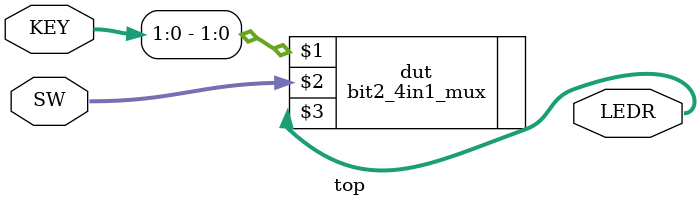
<source format=v>
module top (SW, KEY, LEDR);

    input wire [9:0] SW;        // DE-series switches
    input wire [3:0] KEY;       // DE-series pushbuttons

    output wire [9:0] LEDR;     // DE-series LEDs   

    bit2_4in1_mux dut (KEY[1:0], SW, LEDR);
 
endmodule


</source>
